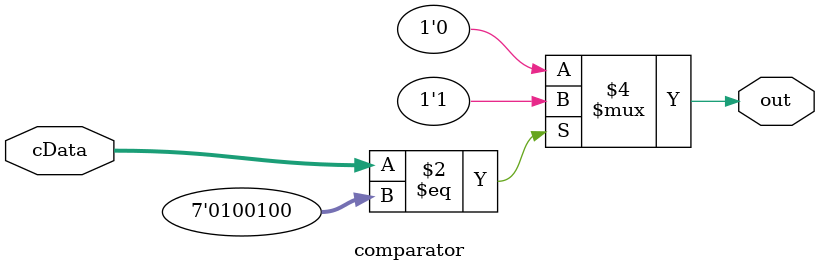
<source format=v>
module comparator(input [6:0] cData,output reg out);
always @(cData)begin
if(cData==7'b0100100)
out=1'b1;
else
out=1'b0;
end
endmodule

</source>
